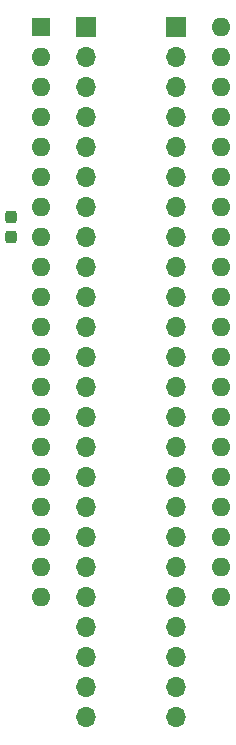
<source format=gbr>
G04 #@! TF.GenerationSoftware,KiCad,Pcbnew,8.0.4+dfsg-1*
G04 #@! TF.CreationDate,2025-02-23T14:22:42+09:00*
G04 #@! TF.ProjectId,bionic-mc6800,62696f6e-6963-42d6-9d63-363830302e6b,5*
G04 #@! TF.SameCoordinates,Original*
G04 #@! TF.FileFunction,Soldermask,Bot*
G04 #@! TF.FilePolarity,Negative*
%FSLAX46Y46*%
G04 Gerber Fmt 4.6, Leading zero omitted, Abs format (unit mm)*
G04 Created by KiCad (PCBNEW 8.0.4+dfsg-1) date 2025-02-23 14:22:42*
%MOMM*%
%LPD*%
G01*
G04 APERTURE LIST*
G04 Aperture macros list*
%AMRoundRect*
0 Rectangle with rounded corners*
0 $1 Rounding radius*
0 $2 $3 $4 $5 $6 $7 $8 $9 X,Y pos of 4 corners*
0 Add a 4 corners polygon primitive as box body*
4,1,4,$2,$3,$4,$5,$6,$7,$8,$9,$2,$3,0*
0 Add four circle primitives for the rounded corners*
1,1,$1+$1,$2,$3*
1,1,$1+$1,$4,$5*
1,1,$1+$1,$6,$7*
1,1,$1+$1,$8,$9*
0 Add four rect primitives between the rounded corners*
20,1,$1+$1,$2,$3,$4,$5,0*
20,1,$1+$1,$4,$5,$6,$7,0*
20,1,$1+$1,$6,$7,$8,$9,0*
20,1,$1+$1,$8,$9,$2,$3,0*%
G04 Aperture macros list end*
%ADD10R,1.600000X1.600000*%
%ADD11O,1.600000X1.600000*%
%ADD12O,1.700000X1.700000*%
%ADD13R,1.700000X1.700000*%
%ADD14RoundRect,0.237500X0.237500X-0.300000X0.237500X0.300000X-0.237500X0.300000X-0.237500X-0.300000X0*%
G04 APERTURE END LIST*
D10*
X106080000Y-75080000D03*
D11*
X106080000Y-77620000D03*
X106080000Y-80160000D03*
X106080000Y-82700000D03*
X106080000Y-85240000D03*
X106080000Y-87780000D03*
X106080000Y-90320000D03*
X106080000Y-92860000D03*
X106080000Y-95400000D03*
X106080000Y-97940000D03*
X106080000Y-100480000D03*
X106080000Y-103020000D03*
X106080000Y-105560000D03*
X106080000Y-108100000D03*
X106080000Y-110640000D03*
X106080000Y-113180000D03*
X106080000Y-115720000D03*
X106080000Y-118260000D03*
X106080000Y-120800000D03*
X106080000Y-123340000D03*
X121320000Y-123340000D03*
X121320000Y-120800000D03*
X121320000Y-118260000D03*
X121320000Y-115720000D03*
X121320000Y-113180000D03*
X121320000Y-110640000D03*
X121320000Y-108100000D03*
X121320000Y-105560000D03*
X121320000Y-103020000D03*
X121320000Y-100480000D03*
X121320000Y-97940000D03*
X121320000Y-95400000D03*
X121320000Y-92860000D03*
X121320000Y-90320000D03*
X121320000Y-87780000D03*
X121320000Y-85240000D03*
X121320000Y-82700000D03*
X121320000Y-80160000D03*
X121320000Y-77620000D03*
X121320000Y-75080000D03*
D12*
X117510000Y-133500000D03*
X117510000Y-130960000D03*
X117510000Y-128420000D03*
X117510000Y-125880000D03*
X117510000Y-123340000D03*
X117510000Y-120800000D03*
X117510000Y-118260000D03*
X117510000Y-115720000D03*
X117510000Y-113180000D03*
X117510000Y-110640000D03*
X117510000Y-108100000D03*
X117510000Y-105560000D03*
X117510000Y-103020000D03*
X117510000Y-100480000D03*
X117510000Y-97940000D03*
X117510000Y-95400000D03*
X117510000Y-92860000D03*
X117510000Y-90320000D03*
X117510000Y-87780000D03*
X117510000Y-85240000D03*
X117510000Y-82700000D03*
X117510000Y-80160000D03*
X117510000Y-77620000D03*
D13*
X117510000Y-75080000D03*
X109890000Y-75080000D03*
D12*
X109890000Y-77620000D03*
X109890000Y-80160000D03*
X109890000Y-82700000D03*
X109890000Y-85240000D03*
X109890000Y-87780000D03*
X109890000Y-90320000D03*
X109890000Y-92860000D03*
X109890000Y-95400000D03*
X109890000Y-97940000D03*
X109890000Y-100480000D03*
X109890000Y-103020000D03*
X109890000Y-105560000D03*
X109890000Y-108100000D03*
X109890000Y-110640000D03*
X109890000Y-113180000D03*
X109890000Y-115720000D03*
X109890000Y-118260000D03*
X109890000Y-120800000D03*
X109890000Y-123340000D03*
X109890000Y-125880000D03*
X109890000Y-128420000D03*
X109890000Y-130960000D03*
X109890000Y-133500000D03*
D14*
X103540000Y-92857800D03*
X103540000Y-91132800D03*
M02*

</source>
